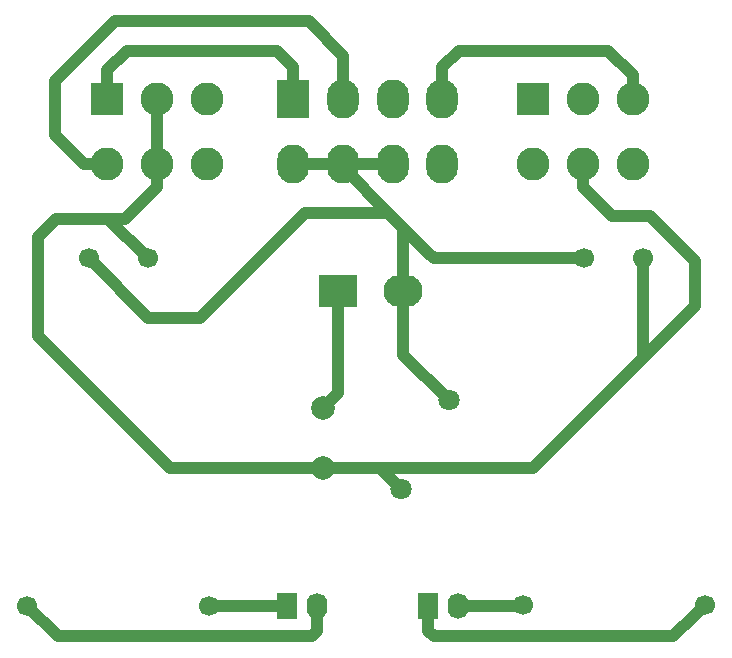
<source format=gbl>
G04 #@! TF.GenerationSoftware,KiCad,Pcbnew,(5.0.1)-3*
G04 #@! TF.CreationDate,2019-01-09T08:56:28+01:00*
G04 #@! TF.ProjectId,P300_HiVolt,503330305F4869566F6C742E6B696361,rev?*
G04 #@! TF.SameCoordinates,Original*
G04 #@! TF.FileFunction,Copper,L2,Bot,Signal*
G04 #@! TF.FilePolarity,Positive*
%FSLAX46Y46*%
G04 Gerber Fmt 4.6, Leading zero omitted, Abs format (unit mm)*
G04 Created by KiCad (PCBNEW (5.0.1)-3) date 09.01.2019 08:56:28*
%MOMM*%
%LPD*%
G01*
G04 APERTURE LIST*
G04 #@! TA.AperFunction,ComponentPad*
%ADD10R,2.800000X2.800000*%
G04 #@! TD*
G04 #@! TA.AperFunction,ComponentPad*
%ADD11C,2.800000*%
G04 #@! TD*
G04 #@! TA.AperFunction,ComponentPad*
%ADD12C,1.700000*%
G04 #@! TD*
G04 #@! TA.AperFunction,ComponentPad*
%ADD13R,3.300000X2.700000*%
G04 #@! TD*
G04 #@! TA.AperFunction,ComponentPad*
%ADD14O,3.300000X2.700000*%
G04 #@! TD*
G04 #@! TA.AperFunction,ComponentPad*
%ADD15R,2.700000X3.300000*%
G04 #@! TD*
G04 #@! TA.AperFunction,ComponentPad*
%ADD16O,2.700000X3.300000*%
G04 #@! TD*
G04 #@! TA.AperFunction,ComponentPad*
%ADD17R,1.740000X2.200000*%
G04 #@! TD*
G04 #@! TA.AperFunction,ComponentPad*
%ADD18O,1.740000X2.200000*%
G04 #@! TD*
G04 #@! TA.AperFunction,ComponentPad*
%ADD19C,1.800000*%
G04 #@! TD*
G04 #@! TA.AperFunction,ComponentPad*
%ADD20C,2.000000*%
G04 #@! TD*
G04 #@! TA.AperFunction,Conductor*
%ADD21C,1.000000*%
G04 #@! TD*
G04 APERTURE END LIST*
D10*
G04 #@! TO.P,J3,1*
G04 #@! TO.N,BP_A*
X134366000Y-67564000D03*
D11*
G04 #@! TO.P,J3,2*
G04 #@! TO.N,Net-(J3-Pad2)*
X138566000Y-67564000D03*
G04 #@! TO.P,J3,3*
G04 #@! TO.N,BP_Z*
X142766000Y-67564000D03*
G04 #@! TO.P,J3,4*
G04 #@! TO.N,Net-(J3-Pad2)*
X134366000Y-73064000D03*
G04 #@! TO.P,J3,5*
G04 #@! TO.N,L*
X138566000Y-73064000D03*
G04 #@! TO.P,J3,6*
G04 #@! TO.N,Net-(J3-Pad6)*
X142766000Y-73064000D03*
G04 #@! TD*
D10*
G04 #@! TO.P,J4,1*
G04 #@! TO.N,L2_L*
X98298000Y-67564000D03*
D11*
G04 #@! TO.P,J4,2*
G04 #@! TO.N,L*
X102498000Y-67564000D03*
G04 #@! TO.P,J4,3*
G04 #@! TO.N,Net-(J4-Pad3)*
X106698000Y-67564000D03*
G04 #@! TO.P,J4,4*
G04 #@! TO.N,L1_L*
X98298000Y-73064000D03*
G04 #@! TO.P,J4,5*
G04 #@! TO.N,L*
X102498000Y-73064000D03*
G04 #@! TO.P,J4,6*
G04 #@! TO.N,Net-(J4-Pad6)*
X106698000Y-73064000D03*
G04 #@! TD*
D12*
G04 #@! TO.P,T1,1*
G04 #@! TO.N,L*
X101734000Y-81090000D03*
G04 #@! TO.P,T1,2*
G04 #@! TO.N,N*
X96734000Y-81090000D03*
G04 #@! TO.P,T1,3*
G04 #@! TO.N,/V-*
X106934000Y-110490000D03*
G04 #@! TO.P,T1,4*
G04 #@! TO.N,/V+*
X91534000Y-110490000D03*
G04 #@! TD*
G04 #@! TO.P,T2,1*
G04 #@! TO.N,L*
X143664000Y-81040000D03*
G04 #@! TO.P,T2,2*
G04 #@! TO.N,N*
X138664000Y-81040000D03*
G04 #@! TO.P,T2,3*
G04 #@! TO.N,/5V-*
X148864000Y-110440000D03*
G04 #@! TO.P,T2,4*
G04 #@! TO.N,/5V+*
X133464000Y-110440000D03*
G04 #@! TD*
D13*
G04 #@! TO.P,J1,1*
G04 #@! TO.N,L*
X117856000Y-83820000D03*
D14*
G04 #@! TO.P,J1,2*
G04 #@! TO.N,N*
X123356000Y-83820000D03*
G04 #@! TD*
D15*
G04 #@! TO.P,J2,1*
G04 #@! TO.N,L2_L*
X114046000Y-67564000D03*
D16*
G04 #@! TO.P,J2,2*
G04 #@! TO.N,L1_L*
X118246000Y-67564000D03*
G04 #@! TO.P,J2,3*
G04 #@! TO.N,BP_A*
X122446000Y-67564000D03*
G04 #@! TO.P,J2,4*
G04 #@! TO.N,BP_Z*
X126646000Y-67564000D03*
G04 #@! TO.P,J2,5*
G04 #@! TO.N,N*
X114046000Y-73064000D03*
G04 #@! TO.P,J2,6*
X118246000Y-73064000D03*
G04 #@! TO.P,J2,7*
X122446000Y-73064000D03*
G04 #@! TO.P,J2,8*
G04 #@! TO.N,Net-(J2-Pad8)*
X126646000Y-73064000D03*
G04 #@! TD*
D17*
G04 #@! TO.P,J6,1*
G04 #@! TO.N,/5V-*
X125476000Y-110490000D03*
D18*
G04 #@! TO.P,J6,2*
G04 #@! TO.N,/5V+*
X128016000Y-110490000D03*
G04 #@! TD*
D17*
G04 #@! TO.P,J5,1*
G04 #@! TO.N,/V-*
X113538000Y-110490000D03*
D18*
G04 #@! TO.P,J5,2*
G04 #@! TO.N,/V+*
X116078000Y-110490000D03*
G04 #@! TD*
D19*
G04 #@! TO.P,RV1,1*
G04 #@! TO.N,L*
X123190000Y-100584000D03*
G04 #@! TO.P,RV1,2*
G04 #@! TO.N,N*
X127190000Y-93084000D03*
G04 #@! TD*
D20*
G04 #@! TO.P,F1,1*
G04 #@! TO.N,L*
X116586000Y-98806000D03*
G04 #@! TO.P,F1,2*
X116596000Y-93726000D03*
G04 #@! TD*
D21*
G04 #@! TO.N,/V-*
X106934000Y-110490000D02*
X113538000Y-110490000D01*
G04 #@! TO.N,/V+*
X116078000Y-112590000D02*
X116078000Y-110490000D01*
X116078000Y-112620002D02*
X116078000Y-112590000D01*
X115608001Y-113090001D02*
X116078000Y-112620002D01*
X94134001Y-113090001D02*
X115608001Y-113090001D01*
X91534000Y-110490000D02*
X94134001Y-113090001D01*
G04 #@! TO.N,L*
X117856000Y-92466000D02*
X116596000Y-93726000D01*
X117856000Y-83820000D02*
X117856000Y-92466000D01*
X121412000Y-98806000D02*
X123190000Y-100584000D01*
X116586000Y-98806000D02*
X121412000Y-98806000D01*
X134366000Y-98806000D02*
X121412000Y-98806000D01*
X143664000Y-81040000D02*
X143664000Y-82242081D01*
X143664000Y-89508000D02*
X142494000Y-90678000D01*
X143664000Y-81040000D02*
X143664000Y-89508000D01*
X142494000Y-90678000D02*
X134366000Y-98806000D01*
X101734000Y-81090000D02*
X98368000Y-77724000D01*
X102498000Y-75043898D02*
X102498000Y-73064000D01*
X99817898Y-77724000D02*
X102498000Y-75043898D01*
X98368000Y-77724000D02*
X99817898Y-77724000D01*
X102498000Y-73064000D02*
X102498000Y-67564000D01*
X142494000Y-90678000D02*
X148082000Y-85090000D01*
X138566000Y-73064000D02*
X138566000Y-75043898D01*
X138566000Y-75043898D02*
X140992102Y-77470000D01*
X144272000Y-77470000D02*
X148082000Y-81280000D01*
X140992102Y-77470000D02*
X144272000Y-77470000D01*
X148082000Y-85090000D02*
X148082000Y-81280000D01*
X97790000Y-77724000D02*
X98368000Y-77724000D01*
X93980000Y-77724000D02*
X97790000Y-77724000D01*
X92456000Y-79248000D02*
X93980000Y-77724000D01*
X92456000Y-87630000D02*
X92456000Y-79248000D01*
X103632000Y-98806000D02*
X92456000Y-87630000D01*
X116586000Y-98806000D02*
X103632000Y-98806000D01*
G04 #@! TO.N,N*
X123356000Y-89250000D02*
X123356000Y-83820000D01*
X127190000Y-93084000D02*
X123356000Y-89250000D01*
X96734000Y-81090000D02*
X99084001Y-83440001D01*
X96734000Y-81090000D02*
X101750000Y-86106000D01*
X101750000Y-86106000D02*
X106172000Y-86106000D01*
X118246000Y-73364000D02*
X118246000Y-73064000D01*
X114046000Y-73064000D02*
X122446000Y-73064000D01*
X123356000Y-78498000D02*
X123368000Y-78486000D01*
X123356000Y-83820000D02*
X123356000Y-78498000D01*
X123114000Y-78232000D02*
X123368000Y-78486000D01*
X106172000Y-86106000D02*
X112776000Y-79502000D01*
X112776000Y-79502000D02*
X114046000Y-78232000D01*
X115062000Y-77216000D02*
X122098000Y-77216000D01*
X112776000Y-79502000D02*
X115062000Y-77216000D01*
X123368000Y-78486000D02*
X122098000Y-77216000D01*
X122098000Y-77216000D02*
X118246000Y-73364000D01*
X125922000Y-81040000D02*
X125476000Y-80594000D01*
X138664000Y-81040000D02*
X125922000Y-81040000D01*
X125476000Y-80594000D02*
X123368000Y-78486000D01*
G04 #@! TO.N,L2_L*
X98298000Y-65164000D02*
X98298000Y-67564000D01*
X99962000Y-63500000D02*
X98298000Y-65164000D01*
X112632000Y-63500000D02*
X99962000Y-63500000D01*
X114046000Y-64914000D02*
X112632000Y-63500000D01*
X114046000Y-67564000D02*
X114046000Y-64914000D01*
G04 #@! TO.N,L1_L*
X98298000Y-73064000D02*
X96318102Y-73064000D01*
X96318102Y-73064000D02*
X93857999Y-70603897D01*
X118246000Y-63910451D02*
X118246000Y-64914000D01*
X118246000Y-64914000D02*
X118246000Y-67564000D01*
X115335538Y-60999989D02*
X118246000Y-63910451D01*
X98926462Y-60999989D02*
X115335538Y-60999989D01*
X93857999Y-66068452D02*
X98926462Y-60999989D01*
X93857999Y-70603897D02*
X93857999Y-66068452D01*
G04 #@! TO.N,BP_Z*
X142766000Y-65584102D02*
X142766000Y-67564000D01*
X140681898Y-63500000D02*
X142766000Y-65584102D01*
X128060000Y-63500000D02*
X140681898Y-63500000D01*
X126646000Y-64914000D02*
X128060000Y-63500000D01*
X126646000Y-67564000D02*
X126646000Y-64914000D01*
G04 #@! TO.N,BP_A*
X134112000Y-67310000D02*
X134366000Y-67564000D01*
X122446000Y-67310000D02*
X122446000Y-67010000D01*
X122446000Y-67264000D02*
X122446000Y-67564000D01*
G04 #@! TO.N,/5V-*
X148014001Y-111289999D02*
X148864000Y-110440000D01*
X146213990Y-113090010D02*
X148014001Y-111289999D01*
X125976010Y-113090010D02*
X146213990Y-113090010D01*
X125476000Y-112590000D02*
X125976010Y-113090010D01*
X125476000Y-110490000D02*
X125476000Y-112590000D01*
G04 #@! TO.N,/5V+*
X133414000Y-110490000D02*
X133464000Y-110440000D01*
X128016000Y-110490000D02*
X133414000Y-110490000D01*
G04 #@! TD*
M02*

</source>
